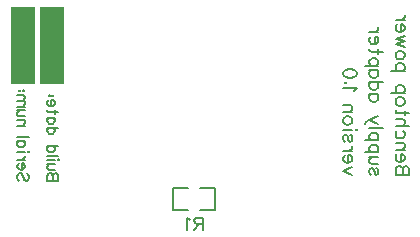
<source format=gbo>
G04 Layer: BottomSilkscreenLayer*
G04 EasyEDA v6.5.1, 2022-06-13 06:58:02*
G04 a67cddfb3fce44daa9051d46cbbcc19f,10*
G04 Gerber Generator version 0.2*
G04 Scale: 100 percent, Rotated: No, Reflected: No *
G04 Dimensions in millimeters *
G04 leading zeros omitted , absolute positions ,4 integer and 5 decimal *
%FSLAX45Y45*%
%MOMM*%

%ADD18C,0.2032*%
%ADD19C,0.1524*%

%LPD*%
D18*
X3821092Y1000000D02*
G01*
X3706545Y1000000D01*
X3821092Y1000000D02*
G01*
X3821092Y1049091D01*
X3815636Y1065456D01*
X3810182Y1070909D01*
X3799273Y1076363D01*
X3788364Y1076363D01*
X3777454Y1070909D01*
X3771999Y1065456D01*
X3766545Y1049091D01*
X3766545Y1000000D02*
G01*
X3766545Y1049091D01*
X3761092Y1065456D01*
X3755636Y1070909D01*
X3744727Y1076363D01*
X3728364Y1076363D01*
X3717455Y1070909D01*
X3711999Y1065456D01*
X3706545Y1049091D01*
X3706545Y1000000D01*
X3750183Y1112365D02*
G01*
X3750183Y1177818D01*
X3761092Y1177818D01*
X3771999Y1172364D01*
X3777454Y1166909D01*
X3782908Y1155999D01*
X3782908Y1139637D01*
X3777454Y1128727D01*
X3766545Y1117818D01*
X3750183Y1112365D01*
X3739273Y1112365D01*
X3722908Y1117818D01*
X3711999Y1128727D01*
X3706545Y1139637D01*
X3706545Y1155999D01*
X3711999Y1166909D01*
X3722908Y1177818D01*
X3782908Y1213817D02*
G01*
X3706545Y1213817D01*
X3761092Y1213817D02*
G01*
X3777454Y1230182D01*
X3782908Y1241092D01*
X3782908Y1257454D01*
X3777454Y1268364D01*
X3761092Y1273817D01*
X3706545Y1273817D01*
X3766545Y1375272D02*
G01*
X3777454Y1364363D01*
X3782908Y1353454D01*
X3782908Y1337091D01*
X3777454Y1326182D01*
X3766545Y1315272D01*
X3750183Y1309819D01*
X3739273Y1309819D01*
X3722908Y1315272D01*
X3711999Y1326182D01*
X3706545Y1337091D01*
X3706545Y1353454D01*
X3711999Y1364363D01*
X3722908Y1375272D01*
X3821092Y1411272D02*
G01*
X3706545Y1411272D01*
X3761092Y1411272D02*
G01*
X3777454Y1427637D01*
X3782908Y1438546D01*
X3782908Y1454909D01*
X3777454Y1465818D01*
X3761092Y1471272D01*
X3706545Y1471272D01*
X3821092Y1523636D02*
G01*
X3728364Y1523636D01*
X3711999Y1529092D01*
X3706545Y1539999D01*
X3706545Y1550908D01*
X3782908Y1507274D02*
G01*
X3782908Y1545455D01*
X3782908Y1614182D02*
G01*
X3777454Y1603273D01*
X3766545Y1592364D01*
X3750183Y1586910D01*
X3739273Y1586910D01*
X3722908Y1592364D01*
X3711999Y1603273D01*
X3706545Y1614182D01*
X3706545Y1630545D01*
X3711999Y1641454D01*
X3722908Y1652363D01*
X3739273Y1657819D01*
X3750183Y1657819D01*
X3766545Y1652363D01*
X3777454Y1641454D01*
X3782908Y1630545D01*
X3782908Y1614182D01*
X3782908Y1693819D02*
G01*
X3668364Y1693819D01*
X3766545Y1693819D02*
G01*
X3777454Y1704728D01*
X3782908Y1715637D01*
X3782908Y1732000D01*
X3777454Y1742909D01*
X3766545Y1753819D01*
X3750183Y1759272D01*
X3739273Y1759272D01*
X3722908Y1753819D01*
X3711999Y1742909D01*
X3706545Y1732000D01*
X3706545Y1715637D01*
X3711999Y1704728D01*
X3722908Y1693819D01*
X3782908Y1879272D02*
G01*
X3668364Y1879272D01*
X3766545Y1879272D02*
G01*
X3777454Y1890181D01*
X3782908Y1901090D01*
X3782908Y1917456D01*
X3777454Y1928362D01*
X3766545Y1939272D01*
X3750183Y1944728D01*
X3739273Y1944728D01*
X3722908Y1939272D01*
X3711999Y1928362D01*
X3706545Y1917456D01*
X3706545Y1901090D01*
X3711999Y1890181D01*
X3722908Y1879272D01*
X3782908Y2007999D02*
G01*
X3777454Y1997090D01*
X3766545Y1986183D01*
X3750183Y1980727D01*
X3739273Y1980727D01*
X3722908Y1986183D01*
X3711999Y1997090D01*
X3706545Y2007999D01*
X3706545Y2024364D01*
X3711999Y2035274D01*
X3722908Y2046183D01*
X3739273Y2051636D01*
X3750183Y2051636D01*
X3766545Y2046183D01*
X3777454Y2035274D01*
X3782908Y2024364D01*
X3782908Y2007999D01*
X3782908Y2087636D02*
G01*
X3706545Y2109454D01*
X3782908Y2131273D02*
G01*
X3706545Y2109454D01*
X3782908Y2131273D02*
G01*
X3706545Y2153091D01*
X3782908Y2174910D02*
G01*
X3706545Y2153091D01*
X3750183Y2210909D02*
G01*
X3750183Y2276363D01*
X3761092Y2276363D01*
X3771999Y2270909D01*
X3777454Y2265453D01*
X3782908Y2254547D01*
X3782908Y2238181D01*
X3777454Y2227272D01*
X3766545Y2216363D01*
X3750183Y2210909D01*
X3739273Y2210909D01*
X3722908Y2216363D01*
X3711999Y2227272D01*
X3706545Y2238181D01*
X3706545Y2254547D01*
X3711999Y2265453D01*
X3722908Y2276363D01*
X3782908Y2312365D02*
G01*
X3706545Y2312365D01*
X3750183Y2312365D02*
G01*
X3766545Y2317818D01*
X3777454Y2328727D01*
X3782908Y2339637D01*
X3782908Y2355999D01*
X3544945Y1060000D02*
G01*
X3555855Y1054547D01*
X3561308Y1038181D01*
X3561308Y1021819D01*
X3555855Y1005453D01*
X3544945Y1000000D01*
X3534036Y1005453D01*
X3528583Y1016363D01*
X3523127Y1043637D01*
X3517673Y1054547D01*
X3506764Y1060000D01*
X3501308Y1060000D01*
X3490399Y1054547D01*
X3484946Y1038181D01*
X3484946Y1021819D01*
X3490399Y1005453D01*
X3501308Y1000000D01*
X3561308Y1095999D02*
G01*
X3506764Y1095999D01*
X3490399Y1101455D01*
X3484946Y1112365D01*
X3484946Y1128727D01*
X3490399Y1139637D01*
X3506764Y1155999D01*
X3561308Y1155999D02*
G01*
X3484946Y1155999D01*
X3561308Y1192001D02*
G01*
X3446764Y1192001D01*
X3544945Y1192001D02*
G01*
X3555855Y1202908D01*
X3561308Y1213817D01*
X3561308Y1230182D01*
X3555855Y1241092D01*
X3544945Y1252001D01*
X3528583Y1257454D01*
X3517673Y1257454D01*
X3501308Y1252001D01*
X3490399Y1241092D01*
X3484946Y1230182D01*
X3484946Y1213817D01*
X3490399Y1202908D01*
X3501308Y1192001D01*
X3561308Y1293454D02*
G01*
X3446764Y1293454D01*
X3544945Y1293454D02*
G01*
X3555855Y1304363D01*
X3561308Y1315272D01*
X3561308Y1331635D01*
X3555855Y1342544D01*
X3544945Y1353454D01*
X3528583Y1358910D01*
X3517673Y1358910D01*
X3501308Y1353454D01*
X3490399Y1342544D01*
X3484946Y1331635D01*
X3484946Y1315272D01*
X3490399Y1304363D01*
X3501308Y1293454D01*
X3599489Y1394909D02*
G01*
X3484946Y1394909D01*
X3561308Y1436364D02*
G01*
X3484946Y1469090D01*
X3561308Y1501818D02*
G01*
X3484946Y1469090D01*
X3463127Y1458183D01*
X3452218Y1447274D01*
X3446764Y1436364D01*
X3446764Y1430909D01*
X3561308Y1687273D02*
G01*
X3484946Y1687273D01*
X3544945Y1687273D02*
G01*
X3555855Y1676364D01*
X3561308Y1665455D01*
X3561308Y1649092D01*
X3555855Y1638183D01*
X3544945Y1627273D01*
X3528583Y1621817D01*
X3517673Y1621817D01*
X3501308Y1627273D01*
X3490399Y1638183D01*
X3484946Y1649092D01*
X3484946Y1665455D01*
X3490399Y1676364D01*
X3501308Y1687273D01*
X3599489Y1788728D02*
G01*
X3484946Y1788728D01*
X3544945Y1788728D02*
G01*
X3555855Y1777819D01*
X3561308Y1766910D01*
X3561308Y1750545D01*
X3555855Y1739635D01*
X3544945Y1728729D01*
X3528583Y1723273D01*
X3517673Y1723273D01*
X3501308Y1728729D01*
X3490399Y1739635D01*
X3484946Y1750545D01*
X3484946Y1766910D01*
X3490399Y1777819D01*
X3501308Y1788728D01*
X3561308Y1890181D02*
G01*
X3484946Y1890181D01*
X3544945Y1890181D02*
G01*
X3555855Y1879272D01*
X3561308Y1868363D01*
X3561308Y1852000D01*
X3555855Y1841091D01*
X3544945Y1830181D01*
X3528583Y1824728D01*
X3517673Y1824728D01*
X3501308Y1830181D01*
X3490399Y1841091D01*
X3484946Y1852000D01*
X3484946Y1868363D01*
X3490399Y1879272D01*
X3501308Y1890181D01*
X3561308Y1926183D02*
G01*
X3446764Y1926183D01*
X3544945Y1926183D02*
G01*
X3555855Y1937090D01*
X3561308Y1947999D01*
X3561308Y1964364D01*
X3555855Y1975274D01*
X3544945Y1986183D01*
X3528583Y1991636D01*
X3517673Y1991636D01*
X3501308Y1986183D01*
X3490399Y1975274D01*
X3484946Y1964364D01*
X3484946Y1947999D01*
X3490399Y1937090D01*
X3501308Y1926183D01*
X3599489Y2044001D02*
G01*
X3506764Y2044001D01*
X3490399Y2049454D01*
X3484946Y2060364D01*
X3484946Y2071273D01*
X3561308Y2027636D02*
G01*
X3561308Y2065817D01*
X3528583Y2107272D02*
G01*
X3528583Y2172728D01*
X3539490Y2172728D01*
X3550399Y2167272D01*
X3555855Y2161819D01*
X3561308Y2150910D01*
X3561308Y2134544D01*
X3555855Y2123638D01*
X3544945Y2112728D01*
X3528583Y2107272D01*
X3517673Y2107272D01*
X3501308Y2112728D01*
X3490399Y2123638D01*
X3484946Y2134544D01*
X3484946Y2150910D01*
X3490399Y2161819D01*
X3501308Y2172728D01*
X3561308Y2208728D02*
G01*
X3484946Y2208728D01*
X3528583Y2208728D02*
G01*
X3544945Y2214181D01*
X3555855Y2225090D01*
X3561308Y2236000D01*
X3561308Y2252365D01*
X3339708Y1000000D02*
G01*
X3263346Y1032728D01*
X3339708Y1065456D02*
G01*
X3263346Y1032728D01*
X3306980Y1101455D02*
G01*
X3306980Y1166909D01*
X3317890Y1166909D01*
X3328799Y1161455D01*
X3334255Y1155999D01*
X3339708Y1145090D01*
X3339708Y1128727D01*
X3334255Y1117818D01*
X3323346Y1106909D01*
X3306980Y1101455D01*
X3296074Y1101455D01*
X3279708Y1106909D01*
X3268799Y1117818D01*
X3263346Y1128727D01*
X3263346Y1145090D01*
X3268799Y1155999D01*
X3279708Y1166909D01*
X3339708Y1202908D02*
G01*
X3263346Y1202908D01*
X3306980Y1202908D02*
G01*
X3323346Y1208364D01*
X3334255Y1219273D01*
X3339708Y1230182D01*
X3339708Y1246545D01*
X3323346Y1342544D02*
G01*
X3334255Y1337091D01*
X3339708Y1320728D01*
X3339708Y1304363D01*
X3334255Y1288000D01*
X3323346Y1282545D01*
X3312436Y1288000D01*
X3306980Y1298910D01*
X3301527Y1326182D01*
X3296074Y1337091D01*
X3285164Y1342544D01*
X3279708Y1342544D01*
X3268799Y1337091D01*
X3263346Y1320728D01*
X3263346Y1304363D01*
X3268799Y1288000D01*
X3279708Y1282545D01*
X3377890Y1378546D02*
G01*
X3372436Y1384000D01*
X3377890Y1389456D01*
X3383346Y1384000D01*
X3377890Y1378546D01*
X3339708Y1384000D02*
G01*
X3263346Y1384000D01*
X3339708Y1452727D02*
G01*
X3334255Y1441818D01*
X3323346Y1430909D01*
X3306980Y1425455D01*
X3296074Y1425455D01*
X3279708Y1430909D01*
X3268799Y1441818D01*
X3263346Y1452727D01*
X3263346Y1469090D01*
X3268799Y1479999D01*
X3279708Y1490908D01*
X3296074Y1496364D01*
X3306980Y1496364D01*
X3323346Y1490908D01*
X3334255Y1479999D01*
X3339708Y1469090D01*
X3339708Y1452727D01*
X3339708Y1532364D02*
G01*
X3263346Y1532364D01*
X3317890Y1532364D02*
G01*
X3334255Y1548726D01*
X3339708Y1559636D01*
X3339708Y1576001D01*
X3334255Y1586910D01*
X3317890Y1592364D01*
X3263346Y1592364D01*
X3356074Y1712363D02*
G01*
X3361527Y1723273D01*
X3377890Y1739635D01*
X3263346Y1739635D01*
X3290618Y1781091D02*
G01*
X3285164Y1775637D01*
X3279708Y1781091D01*
X3285164Y1786547D01*
X3290618Y1781091D01*
X3377890Y1855274D02*
G01*
X3372436Y1838909D01*
X3356074Y1827999D01*
X3328799Y1822546D01*
X3312436Y1822546D01*
X3285164Y1827999D01*
X3268799Y1838909D01*
X3263346Y1855274D01*
X3263346Y1866181D01*
X3268799Y1882546D01*
X3285164Y1893455D01*
X3312436Y1898909D01*
X3328799Y1898909D01*
X3356074Y1893455D01*
X3372436Y1882546D01*
X3377890Y1866181D01*
X3377890Y1855274D01*
X850910Y950003D02*
G01*
X755454Y950003D01*
X850910Y950003D02*
G01*
X850910Y990912D01*
X846363Y1004549D01*
X841819Y1009093D01*
X832728Y1013640D01*
X823638Y1013640D01*
X814547Y1009093D01*
X810000Y1004549D01*
X805454Y990912D01*
X805454Y950003D02*
G01*
X805454Y990912D01*
X800910Y1004549D01*
X796363Y1009093D01*
X787272Y1013640D01*
X773638Y1013640D01*
X764547Y1009093D01*
X760001Y1004549D01*
X755454Y990912D01*
X755454Y950003D01*
X819091Y1043640D02*
G01*
X773638Y1043640D01*
X760001Y1048184D01*
X755454Y1057275D01*
X755454Y1070912D01*
X760001Y1080002D01*
X773638Y1093640D01*
X819091Y1093640D02*
G01*
X755454Y1093640D01*
X850910Y1123640D02*
G01*
X846363Y1128184D01*
X850910Y1132730D01*
X855456Y1128184D01*
X850910Y1123640D01*
X819091Y1128184D02*
G01*
X755454Y1128184D01*
X850910Y1162730D02*
G01*
X755454Y1162730D01*
X850910Y1247277D02*
G01*
X755454Y1247277D01*
X805454Y1247277D02*
G01*
X814547Y1238183D01*
X819091Y1229093D01*
X819091Y1215458D01*
X814547Y1206367D01*
X805454Y1197274D01*
X791819Y1192730D01*
X782728Y1192730D01*
X769091Y1197274D01*
X760001Y1206367D01*
X755454Y1215458D01*
X755454Y1229093D01*
X760001Y1238183D01*
X769091Y1247277D01*
X850910Y1401820D02*
G01*
X755454Y1401820D01*
X805454Y1401820D02*
G01*
X814547Y1392730D01*
X819091Y1383639D01*
X819091Y1370002D01*
X814547Y1360911D01*
X805454Y1351821D01*
X791819Y1347276D01*
X782728Y1347276D01*
X769091Y1351821D01*
X760001Y1360911D01*
X755454Y1370002D01*
X755454Y1383639D01*
X760001Y1392730D01*
X769091Y1401820D01*
X819091Y1486367D02*
G01*
X755454Y1486367D01*
X805454Y1486367D02*
G01*
X814547Y1477276D01*
X819091Y1468186D01*
X819091Y1454548D01*
X814547Y1445458D01*
X805454Y1436367D01*
X791819Y1431820D01*
X782728Y1431820D01*
X769091Y1436367D01*
X760001Y1445458D01*
X755454Y1454548D01*
X755454Y1468186D01*
X760001Y1477276D01*
X769091Y1486367D01*
X850910Y1530002D02*
G01*
X773638Y1530002D01*
X760001Y1534548D01*
X755454Y1543639D01*
X755454Y1552729D01*
X819091Y1516367D02*
G01*
X819091Y1548185D01*
X791819Y1582729D02*
G01*
X791819Y1637276D01*
X800910Y1637276D01*
X810000Y1632729D01*
X814547Y1628185D01*
X819091Y1619095D01*
X819091Y1605457D01*
X814547Y1596367D01*
X805454Y1587276D01*
X791819Y1582729D01*
X782728Y1582729D01*
X769091Y1587276D01*
X760001Y1596367D01*
X755454Y1605457D01*
X755454Y1619095D01*
X760001Y1628185D01*
X769091Y1637276D01*
X810000Y1671820D02*
G01*
X805454Y1667276D01*
X800910Y1671820D01*
X805454Y1676366D01*
X810000Y1671820D01*
X778182Y1671820D02*
G01*
X773638Y1667276D01*
X769091Y1671820D01*
X773638Y1676366D01*
X778182Y1671820D01*
X587270Y1013637D02*
G01*
X596361Y1004547D01*
X600908Y990909D01*
X600908Y972728D01*
X596361Y959091D01*
X587270Y950000D01*
X578180Y950000D01*
X569089Y954547D01*
X564545Y959091D01*
X559998Y968181D01*
X550908Y995453D01*
X546361Y1004547D01*
X541817Y1009091D01*
X532726Y1013637D01*
X519089Y1013637D01*
X509998Y1004547D01*
X505452Y990909D01*
X505452Y972728D01*
X509998Y959091D01*
X519089Y950000D01*
X541817Y1043637D02*
G01*
X541817Y1098181D01*
X550908Y1098181D01*
X559998Y1093637D01*
X564545Y1089091D01*
X569089Y1080000D01*
X569089Y1066363D01*
X564545Y1057272D01*
X555452Y1048181D01*
X541817Y1043637D01*
X532726Y1043637D01*
X519089Y1048181D01*
X509998Y1057272D01*
X505452Y1066363D01*
X505452Y1080000D01*
X509998Y1089091D01*
X519089Y1098181D01*
X569089Y1128181D02*
G01*
X505452Y1128181D01*
X541817Y1128181D02*
G01*
X555452Y1132728D01*
X564545Y1141818D01*
X569089Y1150909D01*
X569089Y1164546D01*
X600908Y1194546D02*
G01*
X596361Y1199090D01*
X600908Y1203637D01*
X605454Y1199090D01*
X600908Y1194546D01*
X569089Y1199090D02*
G01*
X505452Y1199090D01*
X569089Y1288181D02*
G01*
X505452Y1288181D01*
X555452Y1288181D02*
G01*
X564545Y1279090D01*
X569089Y1270000D01*
X569089Y1256365D01*
X564545Y1247274D01*
X555452Y1238181D01*
X541817Y1233637D01*
X532726Y1233637D01*
X519089Y1238181D01*
X509998Y1247274D01*
X505452Y1256365D01*
X505452Y1270000D01*
X509998Y1279090D01*
X519089Y1288181D01*
X600908Y1318181D02*
G01*
X505452Y1318181D01*
X569089Y1418183D02*
G01*
X505452Y1418183D01*
X550908Y1418183D02*
G01*
X564545Y1431818D01*
X569089Y1440908D01*
X569089Y1454546D01*
X564545Y1463636D01*
X550908Y1468183D01*
X505452Y1468183D01*
X569089Y1498183D02*
G01*
X523636Y1498183D01*
X509998Y1502727D01*
X505452Y1511818D01*
X505452Y1525455D01*
X509998Y1534546D01*
X523636Y1548183D01*
X569089Y1548183D02*
G01*
X505452Y1548183D01*
X569089Y1578183D02*
G01*
X505452Y1578183D01*
X550908Y1578183D02*
G01*
X564545Y1591818D01*
X569089Y1600908D01*
X569089Y1614545D01*
X564545Y1623636D01*
X550908Y1628183D01*
X505452Y1628183D01*
X550908Y1628183D02*
G01*
X564545Y1641817D01*
X569089Y1650908D01*
X569089Y1664545D01*
X564545Y1673636D01*
X550908Y1678183D01*
X505452Y1678183D01*
X559998Y1712727D02*
G01*
X555452Y1708183D01*
X550908Y1712727D01*
X555452Y1717273D01*
X559998Y1712727D01*
X528180Y1712727D02*
G01*
X523636Y1708183D01*
X519089Y1712727D01*
X523636Y1717273D01*
X528180Y1712727D01*
D19*
X2075004Y640328D02*
G01*
X2075004Y531108D01*
X2075004Y640328D02*
G01*
X2028268Y640328D01*
X2012774Y635248D01*
X2007440Y629914D01*
X2002360Y619500D01*
X2002360Y609086D01*
X2007440Y598672D01*
X2012774Y593592D01*
X2028268Y588258D01*
X2075004Y588258D01*
X2038682Y588258D02*
G01*
X2002360Y531108D01*
X1968070Y619500D02*
G01*
X1957656Y624834D01*
X1941908Y640328D01*
X1941908Y531108D01*
G36*
X449986Y2424988D02*
G01*
X449986Y1775002D01*
X649986Y1775002D01*
X649986Y2424988D01*
G37*
G36*
X700024Y2424988D02*
G01*
X700024Y1775002D01*
X900023Y1775002D01*
X900023Y2424988D01*
G37*
X1952381Y708291D02*
G01*
X1823887Y708291D01*
X1823887Y891710D01*
X1952381Y891710D01*
X2047620Y708291D02*
G01*
X2176114Y708291D01*
X2176114Y891710D01*
X2047620Y891710D01*
M02*

</source>
